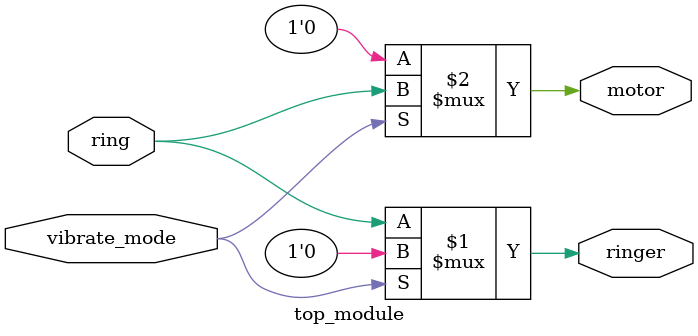
<source format=v>
module top_module (
    input ring,
    input vibrate_mode,
    output ringer,       // Make sound
    output motor         // Vibrate
);

    assign ringer = vibrate_mode? 1'b0 : ring;
    assign motor  = vibrate_mode? ring : 1'b0;

endmodule
</source>
